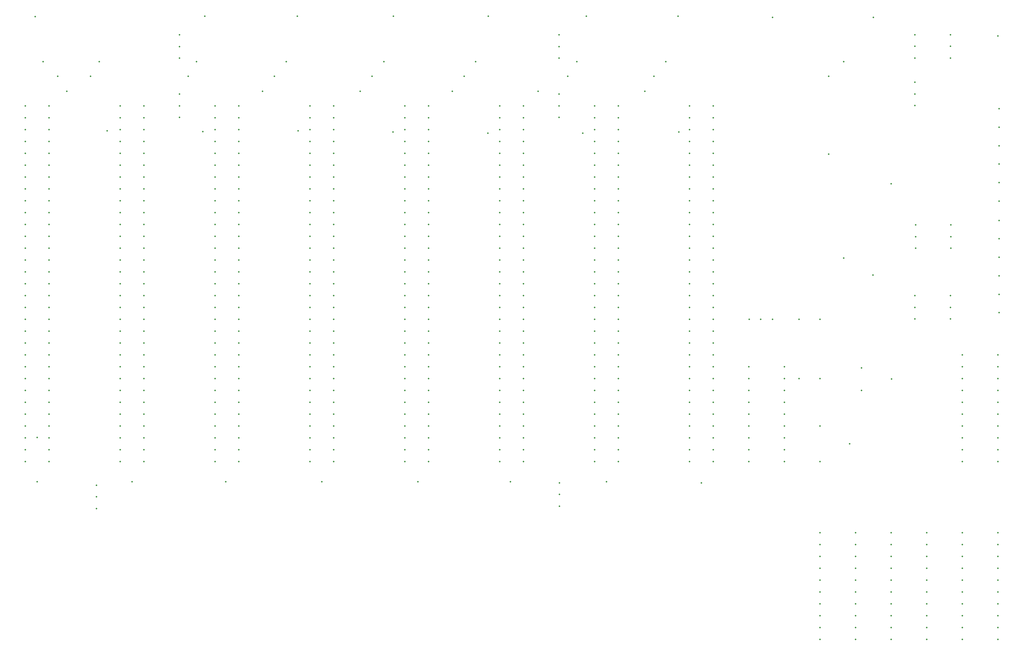
<source format=gbo>
%TF.GenerationSoftware,KiCad,Pcbnew,7.0.5*%
%TF.CreationDate,2023-12-17T19:06:12-06:00*%
%TF.ProjectId,ibm5161-backplane,69626d35-3136-4312-9d62-61636b706c61,2233*%
%TF.SameCoordinates,Original*%
%TF.FileFunction,Legend,Bot*%
%TF.FilePolarity,Positive*%
%FSLAX46Y46*%
G04 Gerber Fmt 4.6, Leading zero omitted, Abs format (unit mm)*
G04 Created by KiCad (PCBNEW 7.0.5) date 2023-12-17 19:06:12*
%MOMM*%
%LPD*%
G01*
G04 APERTURE LIST*
%ADD10C,0.350000*%
G04 APERTURE END LIST*
D10*
X217731600Y-102110800D03*
X217610000Y-60290000D03*
X34800795Y-114659102D03*
X111077000Y-24421200D03*
X34750000Y-124158000D03*
X131397000Y-24421200D03*
X213790000Y-79830000D03*
X156670000Y-124158000D03*
X213870000Y-24610000D03*
X55070000Y-124158000D03*
X95710000Y-124158000D03*
X90503000Y-24421200D03*
X172037000Y-24421200D03*
X136096000Y-124158000D03*
X176990000Y-124412000D03*
X116284000Y-124158000D03*
X192230000Y-24610000D03*
X152352000Y-24421200D03*
X75136000Y-124158000D03*
X70691000Y-24421200D03*
X34369000Y-24463000D03*
X48085000Y-34115000D03*
X68856500Y-34115000D03*
X150320000Y-34115000D03*
X207470000Y-34115000D03*
X36020000Y-34115000D03*
X128700000Y-34115000D03*
X207450000Y-76180000D03*
X109045000Y-34115000D03*
X169370000Y-34115000D03*
X88090000Y-34115000D03*
X85550000Y-37290000D03*
X106505000Y-37290000D03*
X67135000Y-37290000D03*
X39195000Y-37290000D03*
X166830000Y-37290000D03*
X204260000Y-53960000D03*
X46180000Y-37290000D03*
X204295000Y-37290000D03*
X126190000Y-37290000D03*
X148415000Y-37290000D03*
X123650000Y-40465000D03*
X142065000Y-40465000D03*
X41100000Y-40465000D03*
X164925000Y-40465000D03*
X103965000Y-40465000D03*
X83010000Y-40465000D03*
X131270000Y-49482000D03*
X110950000Y-49228000D03*
X172164000Y-49228000D03*
X90630000Y-48974000D03*
X151590000Y-49482000D03*
X49736000Y-48974000D03*
X70226297Y-49143590D03*
X146510000Y-41100000D03*
X146510000Y-46100000D03*
X146510000Y-43640000D03*
X154130000Y-43640000D03*
X154130000Y-46180000D03*
X154130000Y-48720000D03*
X154130000Y-51260000D03*
X154130000Y-53800000D03*
X154130000Y-56340000D03*
X154130000Y-58880000D03*
X154130000Y-61420000D03*
X154130000Y-63960000D03*
X154130000Y-66500000D03*
X154130000Y-69040000D03*
X154130000Y-71580000D03*
X154130000Y-74120000D03*
X154130000Y-76660000D03*
X154130000Y-79200000D03*
X154130000Y-81740000D03*
X154130000Y-84280000D03*
X154130000Y-86820000D03*
X154130000Y-89360000D03*
X154130000Y-91900000D03*
X154130000Y-94440000D03*
X154130000Y-96980000D03*
X154130000Y-99520000D03*
X154130000Y-102060000D03*
X154130000Y-104600000D03*
X154130000Y-107140000D03*
X154130000Y-109680000D03*
X154130000Y-112220000D03*
X154130000Y-114760000D03*
X154130000Y-117300000D03*
X154130000Y-119840000D03*
X159210000Y-43640000D03*
X159210000Y-46180000D03*
X159210000Y-48720000D03*
X159210000Y-51260000D03*
X159210000Y-53800000D03*
X159210000Y-56340000D03*
X159210000Y-58880000D03*
X159210000Y-61420000D03*
X159210000Y-63960000D03*
X159210000Y-66500000D03*
X159210000Y-69040000D03*
X159210000Y-71580000D03*
X159210000Y-74120000D03*
X159210000Y-76660000D03*
X159210000Y-79200000D03*
X159210000Y-81740000D03*
X159210000Y-84280000D03*
X159210000Y-86820000D03*
X159210000Y-89360000D03*
X159210000Y-91900000D03*
X159210000Y-94440000D03*
X159210000Y-96980000D03*
X159210000Y-99520000D03*
X159210000Y-102060000D03*
X159210000Y-104600000D03*
X159210000Y-107140000D03*
X159210000Y-109680000D03*
X159210000Y-112220000D03*
X159210000Y-114760000D03*
X159210000Y-117300000D03*
X159210000Y-119840000D03*
X113490000Y-43640000D03*
X113490000Y-46180000D03*
X113490000Y-48720000D03*
X113490000Y-51260000D03*
X113490000Y-53800000D03*
X113490000Y-56340000D03*
X113490000Y-58880000D03*
X113490000Y-61420000D03*
X113490000Y-63960000D03*
X113490000Y-66500000D03*
X113490000Y-69040000D03*
X113490000Y-71580000D03*
X113490000Y-74120000D03*
X113490000Y-76660000D03*
X113490000Y-79200000D03*
X113490000Y-81740000D03*
X113490000Y-84280000D03*
X113490000Y-86820000D03*
X113490000Y-89360000D03*
X113490000Y-91900000D03*
X113490000Y-94440000D03*
X113490000Y-96980000D03*
X113490000Y-99520000D03*
X113490000Y-102060000D03*
X113490000Y-104600000D03*
X113490000Y-107140000D03*
X113490000Y-109680000D03*
X113490000Y-112220000D03*
X113490000Y-114760000D03*
X113490000Y-117300000D03*
X113490000Y-119840000D03*
X118570000Y-43640000D03*
X118570000Y-46180000D03*
X118570000Y-48720000D03*
X118570000Y-51260000D03*
X118570000Y-53800000D03*
X118570000Y-56340000D03*
X118570000Y-58880000D03*
X118570000Y-61420000D03*
X118570000Y-63960000D03*
X118570000Y-66500000D03*
X118570000Y-69040000D03*
X118570000Y-71580000D03*
X118570000Y-74120000D03*
X118570000Y-76660000D03*
X118570000Y-79200000D03*
X118570000Y-81740000D03*
X118570000Y-84280000D03*
X118570000Y-86820000D03*
X118570000Y-89360000D03*
X118570000Y-91900000D03*
X118570000Y-94440000D03*
X118570000Y-96980000D03*
X118570000Y-99520000D03*
X118570000Y-102060000D03*
X118570000Y-104600000D03*
X118570000Y-107140000D03*
X118570000Y-109680000D03*
X118570000Y-112220000D03*
X118570000Y-114760000D03*
X118570000Y-117300000D03*
X118570000Y-119840000D03*
X146510000Y-28400000D03*
X146510000Y-33400000D03*
X146510000Y-30940000D03*
X192230000Y-89360000D03*
X187230000Y-89360000D03*
X189690000Y-89360000D03*
X222862400Y-69120000D03*
X222862400Y-74120000D03*
X222862400Y-71660000D03*
X222710000Y-84280000D03*
X222710000Y-89280000D03*
X222710000Y-86820000D03*
X232918000Y-96980000D03*
X232918000Y-99520000D03*
X232918000Y-102060000D03*
X232918000Y-104600000D03*
X232918000Y-107140000D03*
X232918000Y-109680000D03*
X232918000Y-112220000D03*
X232918000Y-114760000D03*
X232918000Y-117300000D03*
X232918000Y-119840000D03*
X240538000Y-119840000D03*
X240538000Y-117300000D03*
X240538000Y-114760000D03*
X240538000Y-112220000D03*
X240538000Y-109680000D03*
X240538000Y-107140000D03*
X240538000Y-104600000D03*
X240538000Y-102060000D03*
X240538000Y-99520000D03*
X240538000Y-96980000D03*
X93170000Y-43640000D03*
X93170000Y-46180000D03*
X93170000Y-48720000D03*
X93170000Y-51260000D03*
X93170000Y-53800000D03*
X93170000Y-56340000D03*
X93170000Y-58880000D03*
X93170000Y-61420000D03*
X93170000Y-63960000D03*
X93170000Y-66500000D03*
X93170000Y-69040000D03*
X93170000Y-71580000D03*
X93170000Y-74120000D03*
X93170000Y-76660000D03*
X93170000Y-79200000D03*
X93170000Y-81740000D03*
X93170000Y-84280000D03*
X93170000Y-86820000D03*
X93170000Y-89360000D03*
X93170000Y-91900000D03*
X93170000Y-94440000D03*
X93170000Y-96980000D03*
X93170000Y-99520000D03*
X93170000Y-102060000D03*
X93170000Y-104600000D03*
X93170000Y-107140000D03*
X93170000Y-109680000D03*
X93170000Y-112220000D03*
X93170000Y-114760000D03*
X93170000Y-117300000D03*
X93170000Y-119840000D03*
X98250000Y-43640000D03*
X98250000Y-46180000D03*
X98250000Y-48720000D03*
X98250000Y-51260000D03*
X98250000Y-53800000D03*
X98250000Y-56340000D03*
X98250000Y-58880000D03*
X98250000Y-61420000D03*
X98250000Y-63960000D03*
X98250000Y-66500000D03*
X98250000Y-69040000D03*
X98250000Y-71580000D03*
X98250000Y-74120000D03*
X98250000Y-76660000D03*
X98250000Y-79200000D03*
X98250000Y-81740000D03*
X98250000Y-84280000D03*
X98250000Y-86820000D03*
X98250000Y-89360000D03*
X98250000Y-91900000D03*
X98250000Y-94440000D03*
X98250000Y-96980000D03*
X98250000Y-99520000D03*
X98250000Y-102060000D03*
X98250000Y-104600000D03*
X98250000Y-107140000D03*
X98250000Y-109680000D03*
X98250000Y-112220000D03*
X98250000Y-114760000D03*
X98250000Y-117300000D03*
X98250000Y-119840000D03*
X32210000Y-43640000D03*
X32210000Y-46180000D03*
X32210000Y-48720000D03*
X32210000Y-51260000D03*
X32210000Y-53800000D03*
X32210000Y-56340000D03*
X32210000Y-58880000D03*
X32210000Y-61420000D03*
X32210000Y-63960000D03*
X32210000Y-66500000D03*
X32210000Y-69040000D03*
X32210000Y-71580000D03*
X32210000Y-74120000D03*
X32210000Y-76660000D03*
X32210000Y-79200000D03*
X32210000Y-81740000D03*
X32210000Y-84280000D03*
X32210000Y-86820000D03*
X32210000Y-89360000D03*
X32210000Y-91900000D03*
X32210000Y-94440000D03*
X32210000Y-96980000D03*
X32210000Y-99520000D03*
X32210000Y-102060000D03*
X32210000Y-104600000D03*
X32210000Y-107140000D03*
X32210000Y-109680000D03*
X32210000Y-112220000D03*
X32210000Y-114760000D03*
X32210000Y-117300000D03*
X32210000Y-119840000D03*
X37290000Y-43640000D03*
X37290000Y-46180000D03*
X37290000Y-48720000D03*
X37290000Y-51260000D03*
X37290000Y-53800000D03*
X37290000Y-56340000D03*
X37290000Y-58880000D03*
X37290000Y-61420000D03*
X37290000Y-63960000D03*
X37290000Y-66500000D03*
X37290000Y-69040000D03*
X37290000Y-71580000D03*
X37290000Y-74120000D03*
X37290000Y-76660000D03*
X37290000Y-79200000D03*
X37290000Y-81740000D03*
X37290000Y-84280000D03*
X37290000Y-86820000D03*
X37290000Y-89360000D03*
X37290000Y-91900000D03*
X37290000Y-94440000D03*
X37290000Y-96980000D03*
X37290000Y-99520000D03*
X37290000Y-102060000D03*
X37290000Y-104600000D03*
X37290000Y-107140000D03*
X37290000Y-109680000D03*
X37290000Y-112220000D03*
X37290000Y-114760000D03*
X37290000Y-117300000D03*
X37290000Y-119840000D03*
X230330000Y-84280000D03*
X230330000Y-89280000D03*
X230330000Y-86820000D03*
X240500000Y-28650000D03*
X72850000Y-43640000D03*
X72850000Y-46180000D03*
X72850000Y-48720000D03*
X72850000Y-51260000D03*
X72850000Y-53800000D03*
X72850000Y-56340000D03*
X72850000Y-58880000D03*
X72850000Y-61420000D03*
X72850000Y-63960000D03*
X72850000Y-66500000D03*
X72850000Y-69040000D03*
X72850000Y-71580000D03*
X72850000Y-74120000D03*
X72850000Y-76660000D03*
X72850000Y-79200000D03*
X72850000Y-81740000D03*
X72850000Y-84280000D03*
X72850000Y-86820000D03*
X72850000Y-89360000D03*
X72850000Y-91900000D03*
X72850000Y-94440000D03*
X72850000Y-96980000D03*
X72850000Y-99520000D03*
X72850000Y-102060000D03*
X72850000Y-104600000D03*
X72850000Y-107140000D03*
X72850000Y-109680000D03*
X72850000Y-112220000D03*
X72850000Y-114760000D03*
X72850000Y-117300000D03*
X72850000Y-119840000D03*
X77930000Y-43640000D03*
X77930000Y-46180000D03*
X77930000Y-48720000D03*
X77930000Y-51260000D03*
X77930000Y-53800000D03*
X77930000Y-56340000D03*
X77930000Y-58880000D03*
X77930000Y-61420000D03*
X77930000Y-63960000D03*
X77930000Y-66500000D03*
X77930000Y-69040000D03*
X77930000Y-71580000D03*
X77930000Y-74120000D03*
X77930000Y-76660000D03*
X77930000Y-79200000D03*
X77930000Y-81740000D03*
X77930000Y-84280000D03*
X77930000Y-86820000D03*
X77930000Y-89360000D03*
X77930000Y-91900000D03*
X77930000Y-94440000D03*
X77930000Y-96980000D03*
X77930000Y-99520000D03*
X77930000Y-102060000D03*
X77930000Y-104600000D03*
X77930000Y-107140000D03*
X77930000Y-109680000D03*
X77930000Y-112220000D03*
X77930000Y-114760000D03*
X77930000Y-117300000D03*
X77930000Y-119840000D03*
X202390000Y-135080000D03*
X202390000Y-137620000D03*
X202390000Y-140160000D03*
X202390000Y-142700000D03*
X202390000Y-145240000D03*
X202390000Y-147780000D03*
X202390000Y-150320000D03*
X202390000Y-152860000D03*
X202390000Y-155400000D03*
X202390000Y-157940000D03*
X210010000Y-157940000D03*
X210010000Y-155400000D03*
X210010000Y-152860000D03*
X210010000Y-150320000D03*
X210010000Y-147780000D03*
X210010000Y-145240000D03*
X210010000Y-142700000D03*
X210010000Y-140160000D03*
X210010000Y-137620000D03*
X210010000Y-135080000D03*
X174450000Y-43640000D03*
X174450000Y-46180000D03*
X174450000Y-48720000D03*
X174450000Y-51260000D03*
X174450000Y-53800000D03*
X174450000Y-56340000D03*
X174450000Y-58880000D03*
X174450000Y-61420000D03*
X174450000Y-63960000D03*
X174450000Y-66500000D03*
X174450000Y-69040000D03*
X174450000Y-71580000D03*
X174450000Y-74120000D03*
X174450000Y-76660000D03*
X174450000Y-79200000D03*
X174450000Y-81740000D03*
X174450000Y-84280000D03*
X174450000Y-86820000D03*
X174450000Y-89360000D03*
X174450000Y-91900000D03*
X174450000Y-94440000D03*
X174450000Y-96980000D03*
X174450000Y-99520000D03*
X174450000Y-102060000D03*
X174450000Y-104600000D03*
X174450000Y-107140000D03*
X174450000Y-109680000D03*
X174450000Y-112220000D03*
X174450000Y-114760000D03*
X174450000Y-117300000D03*
X174450000Y-119840000D03*
X179530000Y-43640000D03*
X179530000Y-46180000D03*
X179530000Y-48720000D03*
X179530000Y-51260000D03*
X179530000Y-53800000D03*
X179530000Y-56340000D03*
X179530000Y-58880000D03*
X179530000Y-61420000D03*
X179530000Y-63960000D03*
X179530000Y-66500000D03*
X179530000Y-69040000D03*
X179530000Y-71580000D03*
X179530000Y-74120000D03*
X179530000Y-76660000D03*
X179530000Y-79200000D03*
X179530000Y-81740000D03*
X179530000Y-84280000D03*
X179530000Y-86820000D03*
X179530000Y-89360000D03*
X179530000Y-91900000D03*
X179530000Y-94440000D03*
X179530000Y-96980000D03*
X179530000Y-99520000D03*
X179530000Y-102060000D03*
X179530000Y-104600000D03*
X179530000Y-107140000D03*
X179530000Y-109680000D03*
X179530000Y-112220000D03*
X179530000Y-114760000D03*
X179530000Y-117300000D03*
X179530000Y-119840000D03*
X217630000Y-135080000D03*
X217630000Y-137620000D03*
X217630000Y-140160000D03*
X217630000Y-142700000D03*
X217630000Y-145240000D03*
X217630000Y-147780000D03*
X217630000Y-150320000D03*
X217630000Y-152860000D03*
X217630000Y-155400000D03*
X217630000Y-157940000D03*
X225250000Y-157940000D03*
X225250000Y-155400000D03*
X225250000Y-152860000D03*
X225250000Y-150320000D03*
X225250000Y-147780000D03*
X225250000Y-145240000D03*
X225250000Y-142700000D03*
X225250000Y-140160000D03*
X225250000Y-137620000D03*
X225250000Y-135080000D03*
X146608000Y-129398000D03*
X146608000Y-124398000D03*
X146608000Y-126858000D03*
X133810000Y-43640000D03*
X133810000Y-46180000D03*
X133810000Y-48720000D03*
X133810000Y-51260000D03*
X133810000Y-53800000D03*
X133810000Y-56340000D03*
X133810000Y-58880000D03*
X133810000Y-61420000D03*
X133810000Y-63960000D03*
X133810000Y-66500000D03*
X133810000Y-69040000D03*
X133810000Y-71580000D03*
X133810000Y-74120000D03*
X133810000Y-76660000D03*
X133810000Y-79200000D03*
X133810000Y-81740000D03*
X133810000Y-84280000D03*
X133810000Y-86820000D03*
X133810000Y-89360000D03*
X133810000Y-91900000D03*
X133810000Y-94440000D03*
X133810000Y-96980000D03*
X133810000Y-99520000D03*
X133810000Y-102060000D03*
X133810000Y-104600000D03*
X133810000Y-107140000D03*
X133810000Y-109680000D03*
X133810000Y-112220000D03*
X133810000Y-114760000D03*
X133810000Y-117300000D03*
X133810000Y-119840000D03*
X138890000Y-43640000D03*
X138890000Y-46180000D03*
X138890000Y-48720000D03*
X138890000Y-51260000D03*
X138890000Y-53800000D03*
X138890000Y-56340000D03*
X138890000Y-58880000D03*
X138890000Y-61420000D03*
X138890000Y-63960000D03*
X138890000Y-66500000D03*
X138890000Y-69040000D03*
X138890000Y-71580000D03*
X138890000Y-74120000D03*
X138890000Y-76660000D03*
X138890000Y-79200000D03*
X138890000Y-81740000D03*
X138890000Y-84280000D03*
X138890000Y-86820000D03*
X138890000Y-89360000D03*
X138890000Y-91900000D03*
X138890000Y-94440000D03*
X138890000Y-96980000D03*
X138890000Y-99520000D03*
X138890000Y-102060000D03*
X138890000Y-104600000D03*
X138890000Y-107140000D03*
X138890000Y-109680000D03*
X138890000Y-112220000D03*
X138890000Y-114760000D03*
X138890000Y-117300000D03*
X138890000Y-119840000D03*
X208740000Y-116030000D03*
X202390000Y-119840000D03*
X202390000Y-112220000D03*
X65230000Y-41100000D03*
X65230000Y-46100000D03*
X65230000Y-43640000D03*
X230431600Y-69090800D03*
X230431600Y-74090800D03*
X230431600Y-71630800D03*
X230330000Y-33400000D03*
X230330000Y-28400000D03*
X230330000Y-30860000D03*
X52530000Y-43640000D03*
X52530000Y-46180000D03*
X52530000Y-48720000D03*
X52530000Y-51260000D03*
X52530000Y-53800000D03*
X52530000Y-56340000D03*
X52530000Y-58880000D03*
X52530000Y-61420000D03*
X52530000Y-63960000D03*
X52530000Y-66500000D03*
X52530000Y-69040000D03*
X52530000Y-71580000D03*
X52530000Y-74120000D03*
X52530000Y-76660000D03*
X52530000Y-79200000D03*
X52530000Y-81740000D03*
X52530000Y-84280000D03*
X52530000Y-86820000D03*
X52530000Y-89360000D03*
X52530000Y-91900000D03*
X52530000Y-94440000D03*
X52530000Y-96980000D03*
X52530000Y-99520000D03*
X52530000Y-102060000D03*
X52530000Y-104600000D03*
X52530000Y-107140000D03*
X52530000Y-109680000D03*
X52530000Y-112220000D03*
X52530000Y-114760000D03*
X52530000Y-117300000D03*
X52530000Y-119840000D03*
X57610000Y-43640000D03*
X57610000Y-46180000D03*
X57610000Y-48720000D03*
X57610000Y-51260000D03*
X57610000Y-53800000D03*
X57610000Y-56340000D03*
X57610000Y-58880000D03*
X57610000Y-61420000D03*
X57610000Y-63960000D03*
X57610000Y-66500000D03*
X57610000Y-69040000D03*
X57610000Y-71580000D03*
X57610000Y-74120000D03*
X57610000Y-76660000D03*
X57610000Y-79200000D03*
X57610000Y-81740000D03*
X57610000Y-84280000D03*
X57610000Y-86820000D03*
X57610000Y-89360000D03*
X57610000Y-91900000D03*
X57610000Y-94440000D03*
X57610000Y-96980000D03*
X57610000Y-99520000D03*
X57610000Y-102060000D03*
X57610000Y-104600000D03*
X57610000Y-107140000D03*
X57610000Y-109680000D03*
X57610000Y-112220000D03*
X57610000Y-114760000D03*
X57610000Y-117300000D03*
X57610000Y-119840000D03*
X240744000Y-44206000D03*
X240744000Y-48166000D03*
X240744000Y-52126000D03*
X240744000Y-56086000D03*
X240744000Y-60046000D03*
X240744000Y-64006000D03*
X47450000Y-129920000D03*
X47450000Y-124920000D03*
X47450000Y-127380000D03*
X240744000Y-68128000D03*
X240744000Y-72088000D03*
X240744000Y-76048000D03*
X240744000Y-80008000D03*
X240744000Y-83968000D03*
X240744000Y-87928000D03*
X187150000Y-99520000D03*
X187150000Y-102060000D03*
X187150000Y-104600000D03*
X187150000Y-107140000D03*
X187150000Y-109680000D03*
X187150000Y-112220000D03*
X187150000Y-114760000D03*
X187150000Y-117300000D03*
X187150000Y-119840000D03*
X194770000Y-119840000D03*
X194770000Y-117300000D03*
X194770000Y-114760000D03*
X194770000Y-112220000D03*
X194770000Y-109680000D03*
X194770000Y-107140000D03*
X194770000Y-104600000D03*
X194770000Y-102060000D03*
X194770000Y-99520000D03*
X65230000Y-28400000D03*
X65230000Y-33400000D03*
X65230000Y-30940000D03*
X197945000Y-102060000D03*
X197945000Y-89360000D03*
X222710000Y-33400000D03*
X222710000Y-28400000D03*
X222710000Y-30860000D03*
X222710000Y-38560000D03*
X222710000Y-43560000D03*
X222710000Y-41100000D03*
X232870000Y-135080000D03*
X232870000Y-137620000D03*
X232870000Y-140160000D03*
X232870000Y-142700000D03*
X232870000Y-145240000D03*
X232870000Y-147780000D03*
X232870000Y-150320000D03*
X232870000Y-152860000D03*
X232870000Y-155400000D03*
X232870000Y-157940000D03*
X240490000Y-157940000D03*
X240490000Y-155400000D03*
X240490000Y-152860000D03*
X240490000Y-150320000D03*
X240490000Y-147780000D03*
X240490000Y-145240000D03*
X240490000Y-142700000D03*
X240490000Y-140160000D03*
X240490000Y-137620000D03*
X240490000Y-135080000D03*
X211280000Y-104600000D03*
X211280000Y-99700000D03*
X202390000Y-102060000D03*
X202390000Y-89360000D03*
M02*

</source>
